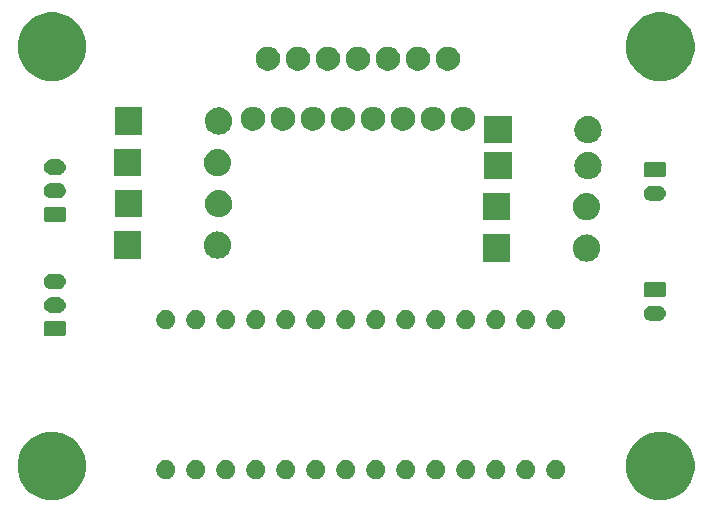
<source format=gbr>
G04 #@! TF.GenerationSoftware,KiCad,Pcbnew,(5.1.2)-1*
G04 #@! TF.CreationDate,2020-03-16T01:25:21+09:00*
G04 #@! TF.ProjectId,L298N_DRIVER,4c323938-4e5f-4445-9249-5645522e6b69,rev?*
G04 #@! TF.SameCoordinates,Original*
G04 #@! TF.FileFunction,Soldermask,Bot*
G04 #@! TF.FilePolarity,Negative*
%FSLAX46Y46*%
G04 Gerber Fmt 4.6, Leading zero omitted, Abs format (unit mm)*
G04 Created by KiCad (PCBNEW (5.1.2)-1) date 2020-03-16 01:25:21*
%MOMM*%
%LPD*%
G04 APERTURE LIST*
%ADD10C,0.100000*%
G04 APERTURE END LIST*
D10*
G36*
X177846189Y-80710483D02*
G01*
X177846192Y-80710484D01*
X177846191Y-80710484D01*
X178374139Y-80929167D01*
X178849280Y-81246646D01*
X179253354Y-81650720D01*
X179570833Y-82125861D01*
X179570834Y-82125863D01*
X179789517Y-82653811D01*
X179901000Y-83214275D01*
X179901000Y-83785725D01*
X179789517Y-84346189D01*
X179789516Y-84346191D01*
X179570833Y-84874139D01*
X179253354Y-85349280D01*
X178849280Y-85753354D01*
X178374139Y-86070833D01*
X178374138Y-86070834D01*
X178374137Y-86070834D01*
X177846189Y-86289517D01*
X177285725Y-86401000D01*
X176714275Y-86401000D01*
X176153811Y-86289517D01*
X175625863Y-86070834D01*
X175625862Y-86070834D01*
X175625861Y-86070833D01*
X175150720Y-85753354D01*
X174746646Y-85349280D01*
X174429167Y-84874139D01*
X174210484Y-84346191D01*
X174210483Y-84346189D01*
X174099000Y-83785725D01*
X174099000Y-83214275D01*
X174210483Y-82653811D01*
X174429166Y-82125863D01*
X174429167Y-82125861D01*
X174746646Y-81650720D01*
X175150720Y-81246646D01*
X175625861Y-80929167D01*
X176153809Y-80710484D01*
X176153808Y-80710484D01*
X176153811Y-80710483D01*
X176714275Y-80599000D01*
X177285725Y-80599000D01*
X177846189Y-80710483D01*
X177846189Y-80710483D01*
G37*
G36*
X126322189Y-80710483D02*
G01*
X126322192Y-80710484D01*
X126322191Y-80710484D01*
X126850139Y-80929167D01*
X127325280Y-81246646D01*
X127729354Y-81650720D01*
X128046833Y-82125861D01*
X128046834Y-82125863D01*
X128265517Y-82653811D01*
X128377000Y-83214275D01*
X128377000Y-83785725D01*
X128265517Y-84346189D01*
X128265516Y-84346191D01*
X128046833Y-84874139D01*
X127729354Y-85349280D01*
X127325280Y-85753354D01*
X126850139Y-86070833D01*
X126850138Y-86070834D01*
X126850137Y-86070834D01*
X126322189Y-86289517D01*
X125761725Y-86401000D01*
X125190275Y-86401000D01*
X124629811Y-86289517D01*
X124101863Y-86070834D01*
X124101862Y-86070834D01*
X124101861Y-86070833D01*
X123626720Y-85753354D01*
X123222646Y-85349280D01*
X122905167Y-84874139D01*
X122686484Y-84346191D01*
X122686483Y-84346189D01*
X122575000Y-83785725D01*
X122575000Y-83214275D01*
X122686483Y-82653811D01*
X122905166Y-82125863D01*
X122905167Y-82125861D01*
X123222646Y-81650720D01*
X123626720Y-81246646D01*
X124101861Y-80929167D01*
X124629809Y-80710484D01*
X124629808Y-80710484D01*
X124629811Y-80710483D01*
X125190275Y-80599000D01*
X125761725Y-80599000D01*
X126322189Y-80710483D01*
X126322189Y-80710483D01*
G37*
G36*
X135365142Y-83038242D02*
G01*
X135513101Y-83099529D01*
X135646255Y-83188499D01*
X135759501Y-83301745D01*
X135848471Y-83434899D01*
X135909758Y-83582858D01*
X135941000Y-83739925D01*
X135941000Y-83900075D01*
X135909758Y-84057142D01*
X135848471Y-84205101D01*
X135759501Y-84338255D01*
X135646255Y-84451501D01*
X135513101Y-84540471D01*
X135365142Y-84601758D01*
X135208075Y-84633000D01*
X135047925Y-84633000D01*
X134890858Y-84601758D01*
X134742899Y-84540471D01*
X134609745Y-84451501D01*
X134496499Y-84338255D01*
X134407529Y-84205101D01*
X134346242Y-84057142D01*
X134315000Y-83900075D01*
X134315000Y-83739925D01*
X134346242Y-83582858D01*
X134407529Y-83434899D01*
X134496499Y-83301745D01*
X134609745Y-83188499D01*
X134742899Y-83099529D01*
X134890858Y-83038242D01*
X135047925Y-83007000D01*
X135208075Y-83007000D01*
X135365142Y-83038242D01*
X135365142Y-83038242D01*
G37*
G36*
X168385142Y-83038242D02*
G01*
X168533101Y-83099529D01*
X168666255Y-83188499D01*
X168779501Y-83301745D01*
X168868471Y-83434899D01*
X168929758Y-83582858D01*
X168961000Y-83739925D01*
X168961000Y-83900075D01*
X168929758Y-84057142D01*
X168868471Y-84205101D01*
X168779501Y-84338255D01*
X168666255Y-84451501D01*
X168533101Y-84540471D01*
X168385142Y-84601758D01*
X168228075Y-84633000D01*
X168067925Y-84633000D01*
X167910858Y-84601758D01*
X167762899Y-84540471D01*
X167629745Y-84451501D01*
X167516499Y-84338255D01*
X167427529Y-84205101D01*
X167366242Y-84057142D01*
X167335000Y-83900075D01*
X167335000Y-83739925D01*
X167366242Y-83582858D01*
X167427529Y-83434899D01*
X167516499Y-83301745D01*
X167629745Y-83188499D01*
X167762899Y-83099529D01*
X167910858Y-83038242D01*
X168067925Y-83007000D01*
X168228075Y-83007000D01*
X168385142Y-83038242D01*
X168385142Y-83038242D01*
G37*
G36*
X163305142Y-83038242D02*
G01*
X163453101Y-83099529D01*
X163586255Y-83188499D01*
X163699501Y-83301745D01*
X163788471Y-83434899D01*
X163849758Y-83582858D01*
X163881000Y-83739925D01*
X163881000Y-83900075D01*
X163849758Y-84057142D01*
X163788471Y-84205101D01*
X163699501Y-84338255D01*
X163586255Y-84451501D01*
X163453101Y-84540471D01*
X163305142Y-84601758D01*
X163148075Y-84633000D01*
X162987925Y-84633000D01*
X162830858Y-84601758D01*
X162682899Y-84540471D01*
X162549745Y-84451501D01*
X162436499Y-84338255D01*
X162347529Y-84205101D01*
X162286242Y-84057142D01*
X162255000Y-83900075D01*
X162255000Y-83739925D01*
X162286242Y-83582858D01*
X162347529Y-83434899D01*
X162436499Y-83301745D01*
X162549745Y-83188499D01*
X162682899Y-83099529D01*
X162830858Y-83038242D01*
X162987925Y-83007000D01*
X163148075Y-83007000D01*
X163305142Y-83038242D01*
X163305142Y-83038242D01*
G37*
G36*
X160765142Y-83038242D02*
G01*
X160913101Y-83099529D01*
X161046255Y-83188499D01*
X161159501Y-83301745D01*
X161248471Y-83434899D01*
X161309758Y-83582858D01*
X161341000Y-83739925D01*
X161341000Y-83900075D01*
X161309758Y-84057142D01*
X161248471Y-84205101D01*
X161159501Y-84338255D01*
X161046255Y-84451501D01*
X160913101Y-84540471D01*
X160765142Y-84601758D01*
X160608075Y-84633000D01*
X160447925Y-84633000D01*
X160290858Y-84601758D01*
X160142899Y-84540471D01*
X160009745Y-84451501D01*
X159896499Y-84338255D01*
X159807529Y-84205101D01*
X159746242Y-84057142D01*
X159715000Y-83900075D01*
X159715000Y-83739925D01*
X159746242Y-83582858D01*
X159807529Y-83434899D01*
X159896499Y-83301745D01*
X160009745Y-83188499D01*
X160142899Y-83099529D01*
X160290858Y-83038242D01*
X160447925Y-83007000D01*
X160608075Y-83007000D01*
X160765142Y-83038242D01*
X160765142Y-83038242D01*
G37*
G36*
X158225142Y-83038242D02*
G01*
X158373101Y-83099529D01*
X158506255Y-83188499D01*
X158619501Y-83301745D01*
X158708471Y-83434899D01*
X158769758Y-83582858D01*
X158801000Y-83739925D01*
X158801000Y-83900075D01*
X158769758Y-84057142D01*
X158708471Y-84205101D01*
X158619501Y-84338255D01*
X158506255Y-84451501D01*
X158373101Y-84540471D01*
X158225142Y-84601758D01*
X158068075Y-84633000D01*
X157907925Y-84633000D01*
X157750858Y-84601758D01*
X157602899Y-84540471D01*
X157469745Y-84451501D01*
X157356499Y-84338255D01*
X157267529Y-84205101D01*
X157206242Y-84057142D01*
X157175000Y-83900075D01*
X157175000Y-83739925D01*
X157206242Y-83582858D01*
X157267529Y-83434899D01*
X157356499Y-83301745D01*
X157469745Y-83188499D01*
X157602899Y-83099529D01*
X157750858Y-83038242D01*
X157907925Y-83007000D01*
X158068075Y-83007000D01*
X158225142Y-83038242D01*
X158225142Y-83038242D01*
G37*
G36*
X155685142Y-83038242D02*
G01*
X155833101Y-83099529D01*
X155966255Y-83188499D01*
X156079501Y-83301745D01*
X156168471Y-83434899D01*
X156229758Y-83582858D01*
X156261000Y-83739925D01*
X156261000Y-83900075D01*
X156229758Y-84057142D01*
X156168471Y-84205101D01*
X156079501Y-84338255D01*
X155966255Y-84451501D01*
X155833101Y-84540471D01*
X155685142Y-84601758D01*
X155528075Y-84633000D01*
X155367925Y-84633000D01*
X155210858Y-84601758D01*
X155062899Y-84540471D01*
X154929745Y-84451501D01*
X154816499Y-84338255D01*
X154727529Y-84205101D01*
X154666242Y-84057142D01*
X154635000Y-83900075D01*
X154635000Y-83739925D01*
X154666242Y-83582858D01*
X154727529Y-83434899D01*
X154816499Y-83301745D01*
X154929745Y-83188499D01*
X155062899Y-83099529D01*
X155210858Y-83038242D01*
X155367925Y-83007000D01*
X155528075Y-83007000D01*
X155685142Y-83038242D01*
X155685142Y-83038242D01*
G37*
G36*
X153145142Y-83038242D02*
G01*
X153293101Y-83099529D01*
X153426255Y-83188499D01*
X153539501Y-83301745D01*
X153628471Y-83434899D01*
X153689758Y-83582858D01*
X153721000Y-83739925D01*
X153721000Y-83900075D01*
X153689758Y-84057142D01*
X153628471Y-84205101D01*
X153539501Y-84338255D01*
X153426255Y-84451501D01*
X153293101Y-84540471D01*
X153145142Y-84601758D01*
X152988075Y-84633000D01*
X152827925Y-84633000D01*
X152670858Y-84601758D01*
X152522899Y-84540471D01*
X152389745Y-84451501D01*
X152276499Y-84338255D01*
X152187529Y-84205101D01*
X152126242Y-84057142D01*
X152095000Y-83900075D01*
X152095000Y-83739925D01*
X152126242Y-83582858D01*
X152187529Y-83434899D01*
X152276499Y-83301745D01*
X152389745Y-83188499D01*
X152522899Y-83099529D01*
X152670858Y-83038242D01*
X152827925Y-83007000D01*
X152988075Y-83007000D01*
X153145142Y-83038242D01*
X153145142Y-83038242D01*
G37*
G36*
X165845142Y-83038242D02*
G01*
X165993101Y-83099529D01*
X166126255Y-83188499D01*
X166239501Y-83301745D01*
X166328471Y-83434899D01*
X166389758Y-83582858D01*
X166421000Y-83739925D01*
X166421000Y-83900075D01*
X166389758Y-84057142D01*
X166328471Y-84205101D01*
X166239501Y-84338255D01*
X166126255Y-84451501D01*
X165993101Y-84540471D01*
X165845142Y-84601758D01*
X165688075Y-84633000D01*
X165527925Y-84633000D01*
X165370858Y-84601758D01*
X165222899Y-84540471D01*
X165089745Y-84451501D01*
X164976499Y-84338255D01*
X164887529Y-84205101D01*
X164826242Y-84057142D01*
X164795000Y-83900075D01*
X164795000Y-83739925D01*
X164826242Y-83582858D01*
X164887529Y-83434899D01*
X164976499Y-83301745D01*
X165089745Y-83188499D01*
X165222899Y-83099529D01*
X165370858Y-83038242D01*
X165527925Y-83007000D01*
X165688075Y-83007000D01*
X165845142Y-83038242D01*
X165845142Y-83038242D01*
G37*
G36*
X150605142Y-83038242D02*
G01*
X150753101Y-83099529D01*
X150886255Y-83188499D01*
X150999501Y-83301745D01*
X151088471Y-83434899D01*
X151149758Y-83582858D01*
X151181000Y-83739925D01*
X151181000Y-83900075D01*
X151149758Y-84057142D01*
X151088471Y-84205101D01*
X150999501Y-84338255D01*
X150886255Y-84451501D01*
X150753101Y-84540471D01*
X150605142Y-84601758D01*
X150448075Y-84633000D01*
X150287925Y-84633000D01*
X150130858Y-84601758D01*
X149982899Y-84540471D01*
X149849745Y-84451501D01*
X149736499Y-84338255D01*
X149647529Y-84205101D01*
X149586242Y-84057142D01*
X149555000Y-83900075D01*
X149555000Y-83739925D01*
X149586242Y-83582858D01*
X149647529Y-83434899D01*
X149736499Y-83301745D01*
X149849745Y-83188499D01*
X149982899Y-83099529D01*
X150130858Y-83038242D01*
X150287925Y-83007000D01*
X150448075Y-83007000D01*
X150605142Y-83038242D01*
X150605142Y-83038242D01*
G37*
G36*
X148065142Y-83038242D02*
G01*
X148213101Y-83099529D01*
X148346255Y-83188499D01*
X148459501Y-83301745D01*
X148548471Y-83434899D01*
X148609758Y-83582858D01*
X148641000Y-83739925D01*
X148641000Y-83900075D01*
X148609758Y-84057142D01*
X148548471Y-84205101D01*
X148459501Y-84338255D01*
X148346255Y-84451501D01*
X148213101Y-84540471D01*
X148065142Y-84601758D01*
X147908075Y-84633000D01*
X147747925Y-84633000D01*
X147590858Y-84601758D01*
X147442899Y-84540471D01*
X147309745Y-84451501D01*
X147196499Y-84338255D01*
X147107529Y-84205101D01*
X147046242Y-84057142D01*
X147015000Y-83900075D01*
X147015000Y-83739925D01*
X147046242Y-83582858D01*
X147107529Y-83434899D01*
X147196499Y-83301745D01*
X147309745Y-83188499D01*
X147442899Y-83099529D01*
X147590858Y-83038242D01*
X147747925Y-83007000D01*
X147908075Y-83007000D01*
X148065142Y-83038242D01*
X148065142Y-83038242D01*
G37*
G36*
X145525142Y-83038242D02*
G01*
X145673101Y-83099529D01*
X145806255Y-83188499D01*
X145919501Y-83301745D01*
X146008471Y-83434899D01*
X146069758Y-83582858D01*
X146101000Y-83739925D01*
X146101000Y-83900075D01*
X146069758Y-84057142D01*
X146008471Y-84205101D01*
X145919501Y-84338255D01*
X145806255Y-84451501D01*
X145673101Y-84540471D01*
X145525142Y-84601758D01*
X145368075Y-84633000D01*
X145207925Y-84633000D01*
X145050858Y-84601758D01*
X144902899Y-84540471D01*
X144769745Y-84451501D01*
X144656499Y-84338255D01*
X144567529Y-84205101D01*
X144506242Y-84057142D01*
X144475000Y-83900075D01*
X144475000Y-83739925D01*
X144506242Y-83582858D01*
X144567529Y-83434899D01*
X144656499Y-83301745D01*
X144769745Y-83188499D01*
X144902899Y-83099529D01*
X145050858Y-83038242D01*
X145207925Y-83007000D01*
X145368075Y-83007000D01*
X145525142Y-83038242D01*
X145525142Y-83038242D01*
G37*
G36*
X142985142Y-83038242D02*
G01*
X143133101Y-83099529D01*
X143266255Y-83188499D01*
X143379501Y-83301745D01*
X143468471Y-83434899D01*
X143529758Y-83582858D01*
X143561000Y-83739925D01*
X143561000Y-83900075D01*
X143529758Y-84057142D01*
X143468471Y-84205101D01*
X143379501Y-84338255D01*
X143266255Y-84451501D01*
X143133101Y-84540471D01*
X142985142Y-84601758D01*
X142828075Y-84633000D01*
X142667925Y-84633000D01*
X142510858Y-84601758D01*
X142362899Y-84540471D01*
X142229745Y-84451501D01*
X142116499Y-84338255D01*
X142027529Y-84205101D01*
X141966242Y-84057142D01*
X141935000Y-83900075D01*
X141935000Y-83739925D01*
X141966242Y-83582858D01*
X142027529Y-83434899D01*
X142116499Y-83301745D01*
X142229745Y-83188499D01*
X142362899Y-83099529D01*
X142510858Y-83038242D01*
X142667925Y-83007000D01*
X142828075Y-83007000D01*
X142985142Y-83038242D01*
X142985142Y-83038242D01*
G37*
G36*
X140445142Y-83038242D02*
G01*
X140593101Y-83099529D01*
X140726255Y-83188499D01*
X140839501Y-83301745D01*
X140928471Y-83434899D01*
X140989758Y-83582858D01*
X141021000Y-83739925D01*
X141021000Y-83900075D01*
X140989758Y-84057142D01*
X140928471Y-84205101D01*
X140839501Y-84338255D01*
X140726255Y-84451501D01*
X140593101Y-84540471D01*
X140445142Y-84601758D01*
X140288075Y-84633000D01*
X140127925Y-84633000D01*
X139970858Y-84601758D01*
X139822899Y-84540471D01*
X139689745Y-84451501D01*
X139576499Y-84338255D01*
X139487529Y-84205101D01*
X139426242Y-84057142D01*
X139395000Y-83900075D01*
X139395000Y-83739925D01*
X139426242Y-83582858D01*
X139487529Y-83434899D01*
X139576499Y-83301745D01*
X139689745Y-83188499D01*
X139822899Y-83099529D01*
X139970858Y-83038242D01*
X140127925Y-83007000D01*
X140288075Y-83007000D01*
X140445142Y-83038242D01*
X140445142Y-83038242D01*
G37*
G36*
X137905142Y-83038242D02*
G01*
X138053101Y-83099529D01*
X138186255Y-83188499D01*
X138299501Y-83301745D01*
X138388471Y-83434899D01*
X138449758Y-83582858D01*
X138481000Y-83739925D01*
X138481000Y-83900075D01*
X138449758Y-84057142D01*
X138388471Y-84205101D01*
X138299501Y-84338255D01*
X138186255Y-84451501D01*
X138053101Y-84540471D01*
X137905142Y-84601758D01*
X137748075Y-84633000D01*
X137587925Y-84633000D01*
X137430858Y-84601758D01*
X137282899Y-84540471D01*
X137149745Y-84451501D01*
X137036499Y-84338255D01*
X136947529Y-84205101D01*
X136886242Y-84057142D01*
X136855000Y-83900075D01*
X136855000Y-83739925D01*
X136886242Y-83582858D01*
X136947529Y-83434899D01*
X137036499Y-83301745D01*
X137149745Y-83188499D01*
X137282899Y-83099529D01*
X137430858Y-83038242D01*
X137587925Y-83007000D01*
X137748075Y-83007000D01*
X137905142Y-83038242D01*
X137905142Y-83038242D01*
G37*
G36*
X126496242Y-71235404D02*
G01*
X126533337Y-71246657D01*
X126567515Y-71264925D01*
X126597481Y-71289519D01*
X126622075Y-71319485D01*
X126640343Y-71353663D01*
X126651596Y-71390758D01*
X126656000Y-71435474D01*
X126656000Y-72328526D01*
X126651596Y-72373242D01*
X126640343Y-72410337D01*
X126622075Y-72444515D01*
X126597481Y-72474481D01*
X126567515Y-72499075D01*
X126533337Y-72517343D01*
X126496242Y-72528596D01*
X126451526Y-72533000D01*
X125008474Y-72533000D01*
X124963758Y-72528596D01*
X124926663Y-72517343D01*
X124892485Y-72499075D01*
X124862519Y-72474481D01*
X124837925Y-72444515D01*
X124819657Y-72410337D01*
X124808404Y-72373242D01*
X124804000Y-72328526D01*
X124804000Y-71435474D01*
X124808404Y-71390758D01*
X124819657Y-71353663D01*
X124837925Y-71319485D01*
X124862519Y-71289519D01*
X124892485Y-71264925D01*
X124926663Y-71246657D01*
X124963758Y-71235404D01*
X125008474Y-71231000D01*
X126451526Y-71231000D01*
X126496242Y-71235404D01*
X126496242Y-71235404D01*
G37*
G36*
X135365142Y-70338242D02*
G01*
X135513101Y-70399529D01*
X135646255Y-70488499D01*
X135759501Y-70601745D01*
X135848471Y-70734899D01*
X135909758Y-70882858D01*
X135941000Y-71039925D01*
X135941000Y-71200075D01*
X135909758Y-71357142D01*
X135848471Y-71505101D01*
X135759501Y-71638255D01*
X135646255Y-71751501D01*
X135513101Y-71840471D01*
X135365142Y-71901758D01*
X135208075Y-71933000D01*
X135047925Y-71933000D01*
X134890858Y-71901758D01*
X134742899Y-71840471D01*
X134609745Y-71751501D01*
X134496499Y-71638255D01*
X134407529Y-71505101D01*
X134346242Y-71357142D01*
X134315000Y-71200075D01*
X134315000Y-71039925D01*
X134346242Y-70882858D01*
X134407529Y-70734899D01*
X134496499Y-70601745D01*
X134609745Y-70488499D01*
X134742899Y-70399529D01*
X134890858Y-70338242D01*
X135047925Y-70307000D01*
X135208075Y-70307000D01*
X135365142Y-70338242D01*
X135365142Y-70338242D01*
G37*
G36*
X137905142Y-70338242D02*
G01*
X138053101Y-70399529D01*
X138186255Y-70488499D01*
X138299501Y-70601745D01*
X138388471Y-70734899D01*
X138449758Y-70882858D01*
X138481000Y-71039925D01*
X138481000Y-71200075D01*
X138449758Y-71357142D01*
X138388471Y-71505101D01*
X138299501Y-71638255D01*
X138186255Y-71751501D01*
X138053101Y-71840471D01*
X137905142Y-71901758D01*
X137748075Y-71933000D01*
X137587925Y-71933000D01*
X137430858Y-71901758D01*
X137282899Y-71840471D01*
X137149745Y-71751501D01*
X137036499Y-71638255D01*
X136947529Y-71505101D01*
X136886242Y-71357142D01*
X136855000Y-71200075D01*
X136855000Y-71039925D01*
X136886242Y-70882858D01*
X136947529Y-70734899D01*
X137036499Y-70601745D01*
X137149745Y-70488499D01*
X137282899Y-70399529D01*
X137430858Y-70338242D01*
X137587925Y-70307000D01*
X137748075Y-70307000D01*
X137905142Y-70338242D01*
X137905142Y-70338242D01*
G37*
G36*
X165845142Y-70338242D02*
G01*
X165993101Y-70399529D01*
X166126255Y-70488499D01*
X166239501Y-70601745D01*
X166328471Y-70734899D01*
X166389758Y-70882858D01*
X166421000Y-71039925D01*
X166421000Y-71200075D01*
X166389758Y-71357142D01*
X166328471Y-71505101D01*
X166239501Y-71638255D01*
X166126255Y-71751501D01*
X165993101Y-71840471D01*
X165845142Y-71901758D01*
X165688075Y-71933000D01*
X165527925Y-71933000D01*
X165370858Y-71901758D01*
X165222899Y-71840471D01*
X165089745Y-71751501D01*
X164976499Y-71638255D01*
X164887529Y-71505101D01*
X164826242Y-71357142D01*
X164795000Y-71200075D01*
X164795000Y-71039925D01*
X164826242Y-70882858D01*
X164887529Y-70734899D01*
X164976499Y-70601745D01*
X165089745Y-70488499D01*
X165222899Y-70399529D01*
X165370858Y-70338242D01*
X165527925Y-70307000D01*
X165688075Y-70307000D01*
X165845142Y-70338242D01*
X165845142Y-70338242D01*
G37*
G36*
X140445142Y-70338242D02*
G01*
X140593101Y-70399529D01*
X140726255Y-70488499D01*
X140839501Y-70601745D01*
X140928471Y-70734899D01*
X140989758Y-70882858D01*
X141021000Y-71039925D01*
X141021000Y-71200075D01*
X140989758Y-71357142D01*
X140928471Y-71505101D01*
X140839501Y-71638255D01*
X140726255Y-71751501D01*
X140593101Y-71840471D01*
X140445142Y-71901758D01*
X140288075Y-71933000D01*
X140127925Y-71933000D01*
X139970858Y-71901758D01*
X139822899Y-71840471D01*
X139689745Y-71751501D01*
X139576499Y-71638255D01*
X139487529Y-71505101D01*
X139426242Y-71357142D01*
X139395000Y-71200075D01*
X139395000Y-71039925D01*
X139426242Y-70882858D01*
X139487529Y-70734899D01*
X139576499Y-70601745D01*
X139689745Y-70488499D01*
X139822899Y-70399529D01*
X139970858Y-70338242D01*
X140127925Y-70307000D01*
X140288075Y-70307000D01*
X140445142Y-70338242D01*
X140445142Y-70338242D01*
G37*
G36*
X142985142Y-70338242D02*
G01*
X143133101Y-70399529D01*
X143266255Y-70488499D01*
X143379501Y-70601745D01*
X143468471Y-70734899D01*
X143529758Y-70882858D01*
X143561000Y-71039925D01*
X143561000Y-71200075D01*
X143529758Y-71357142D01*
X143468471Y-71505101D01*
X143379501Y-71638255D01*
X143266255Y-71751501D01*
X143133101Y-71840471D01*
X142985142Y-71901758D01*
X142828075Y-71933000D01*
X142667925Y-71933000D01*
X142510858Y-71901758D01*
X142362899Y-71840471D01*
X142229745Y-71751501D01*
X142116499Y-71638255D01*
X142027529Y-71505101D01*
X141966242Y-71357142D01*
X141935000Y-71200075D01*
X141935000Y-71039925D01*
X141966242Y-70882858D01*
X142027529Y-70734899D01*
X142116499Y-70601745D01*
X142229745Y-70488499D01*
X142362899Y-70399529D01*
X142510858Y-70338242D01*
X142667925Y-70307000D01*
X142828075Y-70307000D01*
X142985142Y-70338242D01*
X142985142Y-70338242D01*
G37*
G36*
X145525142Y-70338242D02*
G01*
X145673101Y-70399529D01*
X145806255Y-70488499D01*
X145919501Y-70601745D01*
X146008471Y-70734899D01*
X146069758Y-70882858D01*
X146101000Y-71039925D01*
X146101000Y-71200075D01*
X146069758Y-71357142D01*
X146008471Y-71505101D01*
X145919501Y-71638255D01*
X145806255Y-71751501D01*
X145673101Y-71840471D01*
X145525142Y-71901758D01*
X145368075Y-71933000D01*
X145207925Y-71933000D01*
X145050858Y-71901758D01*
X144902899Y-71840471D01*
X144769745Y-71751501D01*
X144656499Y-71638255D01*
X144567529Y-71505101D01*
X144506242Y-71357142D01*
X144475000Y-71200075D01*
X144475000Y-71039925D01*
X144506242Y-70882858D01*
X144567529Y-70734899D01*
X144656499Y-70601745D01*
X144769745Y-70488499D01*
X144902899Y-70399529D01*
X145050858Y-70338242D01*
X145207925Y-70307000D01*
X145368075Y-70307000D01*
X145525142Y-70338242D01*
X145525142Y-70338242D01*
G37*
G36*
X148065142Y-70338242D02*
G01*
X148213101Y-70399529D01*
X148346255Y-70488499D01*
X148459501Y-70601745D01*
X148548471Y-70734899D01*
X148609758Y-70882858D01*
X148641000Y-71039925D01*
X148641000Y-71200075D01*
X148609758Y-71357142D01*
X148548471Y-71505101D01*
X148459501Y-71638255D01*
X148346255Y-71751501D01*
X148213101Y-71840471D01*
X148065142Y-71901758D01*
X147908075Y-71933000D01*
X147747925Y-71933000D01*
X147590858Y-71901758D01*
X147442899Y-71840471D01*
X147309745Y-71751501D01*
X147196499Y-71638255D01*
X147107529Y-71505101D01*
X147046242Y-71357142D01*
X147015000Y-71200075D01*
X147015000Y-71039925D01*
X147046242Y-70882858D01*
X147107529Y-70734899D01*
X147196499Y-70601745D01*
X147309745Y-70488499D01*
X147442899Y-70399529D01*
X147590858Y-70338242D01*
X147747925Y-70307000D01*
X147908075Y-70307000D01*
X148065142Y-70338242D01*
X148065142Y-70338242D01*
G37*
G36*
X150605142Y-70338242D02*
G01*
X150753101Y-70399529D01*
X150886255Y-70488499D01*
X150999501Y-70601745D01*
X151088471Y-70734899D01*
X151149758Y-70882858D01*
X151181000Y-71039925D01*
X151181000Y-71200075D01*
X151149758Y-71357142D01*
X151088471Y-71505101D01*
X150999501Y-71638255D01*
X150886255Y-71751501D01*
X150753101Y-71840471D01*
X150605142Y-71901758D01*
X150448075Y-71933000D01*
X150287925Y-71933000D01*
X150130858Y-71901758D01*
X149982899Y-71840471D01*
X149849745Y-71751501D01*
X149736499Y-71638255D01*
X149647529Y-71505101D01*
X149586242Y-71357142D01*
X149555000Y-71200075D01*
X149555000Y-71039925D01*
X149586242Y-70882858D01*
X149647529Y-70734899D01*
X149736499Y-70601745D01*
X149849745Y-70488499D01*
X149982899Y-70399529D01*
X150130858Y-70338242D01*
X150287925Y-70307000D01*
X150448075Y-70307000D01*
X150605142Y-70338242D01*
X150605142Y-70338242D01*
G37*
G36*
X153145142Y-70338242D02*
G01*
X153293101Y-70399529D01*
X153426255Y-70488499D01*
X153539501Y-70601745D01*
X153628471Y-70734899D01*
X153689758Y-70882858D01*
X153721000Y-71039925D01*
X153721000Y-71200075D01*
X153689758Y-71357142D01*
X153628471Y-71505101D01*
X153539501Y-71638255D01*
X153426255Y-71751501D01*
X153293101Y-71840471D01*
X153145142Y-71901758D01*
X152988075Y-71933000D01*
X152827925Y-71933000D01*
X152670858Y-71901758D01*
X152522899Y-71840471D01*
X152389745Y-71751501D01*
X152276499Y-71638255D01*
X152187529Y-71505101D01*
X152126242Y-71357142D01*
X152095000Y-71200075D01*
X152095000Y-71039925D01*
X152126242Y-70882858D01*
X152187529Y-70734899D01*
X152276499Y-70601745D01*
X152389745Y-70488499D01*
X152522899Y-70399529D01*
X152670858Y-70338242D01*
X152827925Y-70307000D01*
X152988075Y-70307000D01*
X153145142Y-70338242D01*
X153145142Y-70338242D01*
G37*
G36*
X155685142Y-70338242D02*
G01*
X155833101Y-70399529D01*
X155966255Y-70488499D01*
X156079501Y-70601745D01*
X156168471Y-70734899D01*
X156229758Y-70882858D01*
X156261000Y-71039925D01*
X156261000Y-71200075D01*
X156229758Y-71357142D01*
X156168471Y-71505101D01*
X156079501Y-71638255D01*
X155966255Y-71751501D01*
X155833101Y-71840471D01*
X155685142Y-71901758D01*
X155528075Y-71933000D01*
X155367925Y-71933000D01*
X155210858Y-71901758D01*
X155062899Y-71840471D01*
X154929745Y-71751501D01*
X154816499Y-71638255D01*
X154727529Y-71505101D01*
X154666242Y-71357142D01*
X154635000Y-71200075D01*
X154635000Y-71039925D01*
X154666242Y-70882858D01*
X154727529Y-70734899D01*
X154816499Y-70601745D01*
X154929745Y-70488499D01*
X155062899Y-70399529D01*
X155210858Y-70338242D01*
X155367925Y-70307000D01*
X155528075Y-70307000D01*
X155685142Y-70338242D01*
X155685142Y-70338242D01*
G37*
G36*
X158225142Y-70338242D02*
G01*
X158373101Y-70399529D01*
X158506255Y-70488499D01*
X158619501Y-70601745D01*
X158708471Y-70734899D01*
X158769758Y-70882858D01*
X158801000Y-71039925D01*
X158801000Y-71200075D01*
X158769758Y-71357142D01*
X158708471Y-71505101D01*
X158619501Y-71638255D01*
X158506255Y-71751501D01*
X158373101Y-71840471D01*
X158225142Y-71901758D01*
X158068075Y-71933000D01*
X157907925Y-71933000D01*
X157750858Y-71901758D01*
X157602899Y-71840471D01*
X157469745Y-71751501D01*
X157356499Y-71638255D01*
X157267529Y-71505101D01*
X157206242Y-71357142D01*
X157175000Y-71200075D01*
X157175000Y-71039925D01*
X157206242Y-70882858D01*
X157267529Y-70734899D01*
X157356499Y-70601745D01*
X157469745Y-70488499D01*
X157602899Y-70399529D01*
X157750858Y-70338242D01*
X157907925Y-70307000D01*
X158068075Y-70307000D01*
X158225142Y-70338242D01*
X158225142Y-70338242D01*
G37*
G36*
X163305142Y-70338242D02*
G01*
X163453101Y-70399529D01*
X163586255Y-70488499D01*
X163699501Y-70601745D01*
X163788471Y-70734899D01*
X163849758Y-70882858D01*
X163881000Y-71039925D01*
X163881000Y-71200075D01*
X163849758Y-71357142D01*
X163788471Y-71505101D01*
X163699501Y-71638255D01*
X163586255Y-71751501D01*
X163453101Y-71840471D01*
X163305142Y-71901758D01*
X163148075Y-71933000D01*
X162987925Y-71933000D01*
X162830858Y-71901758D01*
X162682899Y-71840471D01*
X162549745Y-71751501D01*
X162436499Y-71638255D01*
X162347529Y-71505101D01*
X162286242Y-71357142D01*
X162255000Y-71200075D01*
X162255000Y-71039925D01*
X162286242Y-70882858D01*
X162347529Y-70734899D01*
X162436499Y-70601745D01*
X162549745Y-70488499D01*
X162682899Y-70399529D01*
X162830858Y-70338242D01*
X162987925Y-70307000D01*
X163148075Y-70307000D01*
X163305142Y-70338242D01*
X163305142Y-70338242D01*
G37*
G36*
X168385142Y-70338242D02*
G01*
X168533101Y-70399529D01*
X168666255Y-70488499D01*
X168779501Y-70601745D01*
X168868471Y-70734899D01*
X168929758Y-70882858D01*
X168961000Y-71039925D01*
X168961000Y-71200075D01*
X168929758Y-71357142D01*
X168868471Y-71505101D01*
X168779501Y-71638255D01*
X168666255Y-71751501D01*
X168533101Y-71840471D01*
X168385142Y-71901758D01*
X168228075Y-71933000D01*
X168067925Y-71933000D01*
X167910858Y-71901758D01*
X167762899Y-71840471D01*
X167629745Y-71751501D01*
X167516499Y-71638255D01*
X167427529Y-71505101D01*
X167366242Y-71357142D01*
X167335000Y-71200075D01*
X167335000Y-71039925D01*
X167366242Y-70882858D01*
X167427529Y-70734899D01*
X167516499Y-70601745D01*
X167629745Y-70488499D01*
X167762899Y-70399529D01*
X167910858Y-70338242D01*
X168067925Y-70307000D01*
X168228075Y-70307000D01*
X168385142Y-70338242D01*
X168385142Y-70338242D01*
G37*
G36*
X160765142Y-70338242D02*
G01*
X160913101Y-70399529D01*
X161046255Y-70488499D01*
X161159501Y-70601745D01*
X161248471Y-70734899D01*
X161309758Y-70882858D01*
X161341000Y-71039925D01*
X161341000Y-71200075D01*
X161309758Y-71357142D01*
X161248471Y-71505101D01*
X161159501Y-71638255D01*
X161046255Y-71751501D01*
X160913101Y-71840471D01*
X160765142Y-71901758D01*
X160608075Y-71933000D01*
X160447925Y-71933000D01*
X160290858Y-71901758D01*
X160142899Y-71840471D01*
X160009745Y-71751501D01*
X159896499Y-71638255D01*
X159807529Y-71505101D01*
X159746242Y-71357142D01*
X159715000Y-71200075D01*
X159715000Y-71039925D01*
X159746242Y-70882858D01*
X159807529Y-70734899D01*
X159896499Y-70601745D01*
X160009745Y-70488499D01*
X160142899Y-70399529D01*
X160290858Y-70338242D01*
X160447925Y-70307000D01*
X160608075Y-70307000D01*
X160765142Y-70338242D01*
X160765142Y-70338242D01*
G37*
G36*
X176868855Y-69932140D02*
G01*
X176932618Y-69938420D01*
X177023404Y-69965960D01*
X177055336Y-69975646D01*
X177168425Y-70036094D01*
X177267554Y-70117446D01*
X177348906Y-70216575D01*
X177409354Y-70329664D01*
X177409355Y-70329668D01*
X177446580Y-70452382D01*
X177459149Y-70580000D01*
X177446580Y-70707618D01*
X177438304Y-70734899D01*
X177409354Y-70830336D01*
X177348906Y-70943425D01*
X177267554Y-71042554D01*
X177168425Y-71123906D01*
X177055336Y-71184354D01*
X177023404Y-71194040D01*
X176932618Y-71221580D01*
X176868855Y-71227860D01*
X176836974Y-71231000D01*
X176223026Y-71231000D01*
X176191145Y-71227860D01*
X176127382Y-71221580D01*
X176036596Y-71194040D01*
X176004664Y-71184354D01*
X175891575Y-71123906D01*
X175792446Y-71042554D01*
X175711094Y-70943425D01*
X175650646Y-70830336D01*
X175621696Y-70734899D01*
X175613420Y-70707618D01*
X175600851Y-70580000D01*
X175613420Y-70452382D01*
X175650645Y-70329668D01*
X175650646Y-70329664D01*
X175711094Y-70216575D01*
X175792446Y-70117446D01*
X175891575Y-70036094D01*
X176004664Y-69975646D01*
X176036596Y-69965960D01*
X176127382Y-69938420D01*
X176191145Y-69932140D01*
X176223026Y-69929000D01*
X176836974Y-69929000D01*
X176868855Y-69932140D01*
X176868855Y-69932140D01*
G37*
G36*
X126068855Y-69234140D02*
G01*
X126132618Y-69240420D01*
X126223404Y-69267960D01*
X126255336Y-69277646D01*
X126368425Y-69338094D01*
X126467554Y-69419446D01*
X126548906Y-69518575D01*
X126609354Y-69631664D01*
X126609355Y-69631668D01*
X126646580Y-69754382D01*
X126659149Y-69882000D01*
X126646580Y-70009618D01*
X126638548Y-70036095D01*
X126609354Y-70132336D01*
X126548906Y-70245425D01*
X126467554Y-70344554D01*
X126368425Y-70425906D01*
X126255336Y-70486354D01*
X126248258Y-70488501D01*
X126132618Y-70523580D01*
X126068855Y-70529860D01*
X126036974Y-70533000D01*
X125423026Y-70533000D01*
X125391145Y-70529860D01*
X125327382Y-70523580D01*
X125211742Y-70488501D01*
X125204664Y-70486354D01*
X125091575Y-70425906D01*
X124992446Y-70344554D01*
X124911094Y-70245425D01*
X124850646Y-70132336D01*
X124821452Y-70036095D01*
X124813420Y-70009618D01*
X124800851Y-69882000D01*
X124813420Y-69754382D01*
X124850645Y-69631668D01*
X124850646Y-69631664D01*
X124911094Y-69518575D01*
X124992446Y-69419446D01*
X125091575Y-69338094D01*
X125204664Y-69277646D01*
X125236596Y-69267960D01*
X125327382Y-69240420D01*
X125391145Y-69234140D01*
X125423026Y-69231000D01*
X126036974Y-69231000D01*
X126068855Y-69234140D01*
X126068855Y-69234140D01*
G37*
G36*
X177296242Y-67933404D02*
G01*
X177333337Y-67944657D01*
X177367515Y-67962925D01*
X177397481Y-67987519D01*
X177422075Y-68017485D01*
X177440343Y-68051663D01*
X177451596Y-68088758D01*
X177456000Y-68133474D01*
X177456000Y-69026526D01*
X177451596Y-69071242D01*
X177440343Y-69108337D01*
X177422075Y-69142515D01*
X177397481Y-69172481D01*
X177367515Y-69197075D01*
X177333337Y-69215343D01*
X177296242Y-69226596D01*
X177251526Y-69231000D01*
X175808474Y-69231000D01*
X175763758Y-69226596D01*
X175726663Y-69215343D01*
X175692485Y-69197075D01*
X175662519Y-69172481D01*
X175637925Y-69142515D01*
X175619657Y-69108337D01*
X175608404Y-69071242D01*
X175604000Y-69026526D01*
X175604000Y-68133474D01*
X175608404Y-68088758D01*
X175619657Y-68051663D01*
X175637925Y-68017485D01*
X175662519Y-67987519D01*
X175692485Y-67962925D01*
X175726663Y-67944657D01*
X175763758Y-67933404D01*
X175808474Y-67929000D01*
X177251526Y-67929000D01*
X177296242Y-67933404D01*
X177296242Y-67933404D01*
G37*
G36*
X126068855Y-67234140D02*
G01*
X126132618Y-67240420D01*
X126223404Y-67267960D01*
X126255336Y-67277646D01*
X126368425Y-67338094D01*
X126467554Y-67419446D01*
X126548906Y-67518575D01*
X126609354Y-67631664D01*
X126609355Y-67631668D01*
X126646580Y-67754382D01*
X126659149Y-67882000D01*
X126646580Y-68009618D01*
X126622573Y-68088758D01*
X126609354Y-68132336D01*
X126548906Y-68245425D01*
X126467554Y-68344554D01*
X126368425Y-68425906D01*
X126255336Y-68486354D01*
X126223404Y-68496040D01*
X126132618Y-68523580D01*
X126068855Y-68529860D01*
X126036974Y-68533000D01*
X125423026Y-68533000D01*
X125391145Y-68529860D01*
X125327382Y-68523580D01*
X125236596Y-68496040D01*
X125204664Y-68486354D01*
X125091575Y-68425906D01*
X124992446Y-68344554D01*
X124911094Y-68245425D01*
X124850646Y-68132336D01*
X124837427Y-68088758D01*
X124813420Y-68009618D01*
X124800851Y-67882000D01*
X124813420Y-67754382D01*
X124850645Y-67631668D01*
X124850646Y-67631664D01*
X124911094Y-67518575D01*
X124992446Y-67419446D01*
X125091575Y-67338094D01*
X125204664Y-67277646D01*
X125236596Y-67267960D01*
X125327382Y-67240420D01*
X125391145Y-67234140D01*
X125423026Y-67231000D01*
X126036974Y-67231000D01*
X126068855Y-67234140D01*
X126068855Y-67234140D01*
G37*
G36*
X170919271Y-63908103D02*
G01*
X170975635Y-63913654D01*
X171192600Y-63979470D01*
X171192602Y-63979471D01*
X171392555Y-64086347D01*
X171567818Y-64230182D01*
X171711653Y-64405445D01*
X171798735Y-64568366D01*
X171818530Y-64605400D01*
X171884346Y-64822365D01*
X171884346Y-64822366D01*
X171906569Y-65048000D01*
X171884346Y-65273634D01*
X171818529Y-65490602D01*
X171711653Y-65690555D01*
X171567818Y-65865818D01*
X171392555Y-66009653D01*
X171192602Y-66116529D01*
X171192600Y-66116530D01*
X170975635Y-66182346D01*
X170919271Y-66187897D01*
X170806545Y-66199000D01*
X170693455Y-66199000D01*
X170580729Y-66187897D01*
X170524365Y-66182346D01*
X170307400Y-66116530D01*
X170307398Y-66116529D01*
X170107445Y-66009653D01*
X169932182Y-65865818D01*
X169788347Y-65690555D01*
X169681471Y-65490602D01*
X169615654Y-65273634D01*
X169593431Y-65048000D01*
X169615654Y-64822366D01*
X169615654Y-64822365D01*
X169681470Y-64605400D01*
X169701265Y-64568366D01*
X169788347Y-64405445D01*
X169932182Y-64230182D01*
X170107445Y-64086347D01*
X170307398Y-63979471D01*
X170307400Y-63979470D01*
X170524365Y-63913654D01*
X170580729Y-63908103D01*
X170693455Y-63897000D01*
X170806545Y-63897000D01*
X170919271Y-63908103D01*
X170919271Y-63908103D01*
G37*
G36*
X164281000Y-66199000D02*
G01*
X161979000Y-66199000D01*
X161979000Y-63897000D01*
X164281000Y-63897000D01*
X164281000Y-66199000D01*
X164281000Y-66199000D01*
G37*
G36*
X139665271Y-63654103D02*
G01*
X139721635Y-63659654D01*
X139938600Y-63725470D01*
X139938602Y-63725471D01*
X140138555Y-63832347D01*
X140313818Y-63976182D01*
X140457653Y-64151445D01*
X140499738Y-64230182D01*
X140564530Y-64351400D01*
X140630346Y-64568365D01*
X140652569Y-64794000D01*
X140630346Y-65019635D01*
X140621742Y-65048000D01*
X140564529Y-65236602D01*
X140457653Y-65436555D01*
X140313818Y-65611818D01*
X140138555Y-65755653D01*
X139938602Y-65862529D01*
X139938600Y-65862530D01*
X139721635Y-65928346D01*
X139665271Y-65933897D01*
X139552545Y-65945000D01*
X139439455Y-65945000D01*
X139326729Y-65933897D01*
X139270365Y-65928346D01*
X139053400Y-65862530D01*
X139053398Y-65862529D01*
X138853445Y-65755653D01*
X138678182Y-65611818D01*
X138534347Y-65436555D01*
X138427471Y-65236602D01*
X138370259Y-65048000D01*
X138361654Y-65019635D01*
X138339431Y-64794000D01*
X138361654Y-64568365D01*
X138427470Y-64351400D01*
X138492262Y-64230182D01*
X138534347Y-64151445D01*
X138678182Y-63976182D01*
X138853445Y-63832347D01*
X139053398Y-63725471D01*
X139053400Y-63725470D01*
X139270365Y-63659654D01*
X139326729Y-63654103D01*
X139439455Y-63643000D01*
X139552545Y-63643000D01*
X139665271Y-63654103D01*
X139665271Y-63654103D01*
G37*
G36*
X133027000Y-65945000D02*
G01*
X130725000Y-65945000D01*
X130725000Y-63643000D01*
X133027000Y-63643000D01*
X133027000Y-65945000D01*
X133027000Y-65945000D01*
G37*
G36*
X126496242Y-61551404D02*
G01*
X126533337Y-61562657D01*
X126567515Y-61580925D01*
X126597481Y-61605519D01*
X126622075Y-61635485D01*
X126640343Y-61669663D01*
X126651596Y-61706758D01*
X126656000Y-61751474D01*
X126656000Y-62644526D01*
X126651596Y-62689242D01*
X126640343Y-62726337D01*
X126622075Y-62760515D01*
X126597481Y-62790481D01*
X126567515Y-62815075D01*
X126533337Y-62833343D01*
X126496242Y-62844596D01*
X126451526Y-62849000D01*
X125008474Y-62849000D01*
X124963758Y-62844596D01*
X124926663Y-62833343D01*
X124892485Y-62815075D01*
X124862519Y-62790481D01*
X124837925Y-62760515D01*
X124819657Y-62726337D01*
X124808404Y-62689242D01*
X124804000Y-62644526D01*
X124804000Y-61751474D01*
X124808404Y-61706758D01*
X124819657Y-61669663D01*
X124837925Y-61635485D01*
X124862519Y-61605519D01*
X124892485Y-61580925D01*
X124926663Y-61562657D01*
X124963758Y-61551404D01*
X125008474Y-61547000D01*
X126451526Y-61547000D01*
X126496242Y-61551404D01*
X126496242Y-61551404D01*
G37*
G36*
X170919271Y-60408103D02*
G01*
X170975635Y-60413654D01*
X171192600Y-60479470D01*
X171192602Y-60479471D01*
X171392555Y-60586347D01*
X171567818Y-60730182D01*
X171711653Y-60905445D01*
X171798735Y-61068366D01*
X171818530Y-61105400D01*
X171884346Y-61322365D01*
X171906569Y-61548000D01*
X171897953Y-61635485D01*
X171884346Y-61773634D01*
X171818529Y-61990602D01*
X171711653Y-62190555D01*
X171567818Y-62365818D01*
X171392555Y-62509653D01*
X171265151Y-62577751D01*
X171192600Y-62616530D01*
X170975635Y-62682346D01*
X170919271Y-62687897D01*
X170806545Y-62699000D01*
X170693455Y-62699000D01*
X170580729Y-62687897D01*
X170524365Y-62682346D01*
X170307400Y-62616530D01*
X170234849Y-62577751D01*
X170107445Y-62509653D01*
X169932182Y-62365818D01*
X169788347Y-62190555D01*
X169681471Y-61990602D01*
X169615654Y-61773634D01*
X169602048Y-61635485D01*
X169593431Y-61548000D01*
X169615654Y-61322365D01*
X169681470Y-61105400D01*
X169701265Y-61068366D01*
X169788347Y-60905445D01*
X169932182Y-60730182D01*
X170107445Y-60586347D01*
X170307398Y-60479471D01*
X170307400Y-60479470D01*
X170524365Y-60413654D01*
X170580729Y-60408103D01*
X170693455Y-60397000D01*
X170806545Y-60397000D01*
X170919271Y-60408103D01*
X170919271Y-60408103D01*
G37*
G36*
X164281000Y-62699000D02*
G01*
X161979000Y-62699000D01*
X161979000Y-60397000D01*
X164281000Y-60397000D01*
X164281000Y-62699000D01*
X164281000Y-62699000D01*
G37*
G36*
X139785271Y-60154103D02*
G01*
X139841635Y-60159654D01*
X140058600Y-60225470D01*
X140058602Y-60225471D01*
X140258555Y-60332347D01*
X140433818Y-60476182D01*
X140577653Y-60651445D01*
X140658315Y-60802355D01*
X140684530Y-60851400D01*
X140750346Y-61068365D01*
X140772569Y-61294000D01*
X140750346Y-61519635D01*
X140693583Y-61706758D01*
X140684529Y-61736602D01*
X140577653Y-61936555D01*
X140433818Y-62111818D01*
X140258555Y-62255653D01*
X140058602Y-62362529D01*
X140058600Y-62362530D01*
X139841635Y-62428346D01*
X139785271Y-62433897D01*
X139672545Y-62445000D01*
X139559455Y-62445000D01*
X139446729Y-62433897D01*
X139390365Y-62428346D01*
X139173400Y-62362530D01*
X139173398Y-62362529D01*
X138973445Y-62255653D01*
X138798182Y-62111818D01*
X138654347Y-61936555D01*
X138547471Y-61736602D01*
X138538418Y-61706758D01*
X138481654Y-61519635D01*
X138459431Y-61294000D01*
X138481654Y-61068365D01*
X138547470Y-60851400D01*
X138573685Y-60802355D01*
X138654347Y-60651445D01*
X138798182Y-60476182D01*
X138973445Y-60332347D01*
X139173398Y-60225471D01*
X139173400Y-60225470D01*
X139390365Y-60159654D01*
X139446729Y-60154103D01*
X139559455Y-60143000D01*
X139672545Y-60143000D01*
X139785271Y-60154103D01*
X139785271Y-60154103D01*
G37*
G36*
X133147000Y-62445000D02*
G01*
X130845000Y-62445000D01*
X130845000Y-60143000D01*
X133147000Y-60143000D01*
X133147000Y-62445000D01*
X133147000Y-62445000D01*
G37*
G36*
X176868855Y-59772140D02*
G01*
X176932618Y-59778420D01*
X177023404Y-59805960D01*
X177055336Y-59815646D01*
X177168425Y-59876094D01*
X177267554Y-59957446D01*
X177348906Y-60056575D01*
X177409354Y-60169664D01*
X177409355Y-60169668D01*
X177446580Y-60292382D01*
X177459149Y-60420000D01*
X177446580Y-60547618D01*
X177434831Y-60586348D01*
X177409354Y-60670336D01*
X177348906Y-60783425D01*
X177267554Y-60882554D01*
X177168425Y-60963906D01*
X177055336Y-61024354D01*
X177023404Y-61034040D01*
X176932618Y-61061580D01*
X176868855Y-61067860D01*
X176836974Y-61071000D01*
X176223026Y-61071000D01*
X176191145Y-61067860D01*
X176127382Y-61061580D01*
X176036596Y-61034040D01*
X176004664Y-61024354D01*
X175891575Y-60963906D01*
X175792446Y-60882554D01*
X175711094Y-60783425D01*
X175650646Y-60670336D01*
X175625169Y-60586348D01*
X175613420Y-60547618D01*
X175600851Y-60420000D01*
X175613420Y-60292382D01*
X175650645Y-60169668D01*
X175650646Y-60169664D01*
X175711094Y-60056575D01*
X175792446Y-59957446D01*
X175891575Y-59876094D01*
X176004664Y-59815646D01*
X176036596Y-59805960D01*
X176127382Y-59778420D01*
X176191145Y-59772140D01*
X176223026Y-59769000D01*
X176836974Y-59769000D01*
X176868855Y-59772140D01*
X176868855Y-59772140D01*
G37*
G36*
X126068855Y-59550140D02*
G01*
X126132618Y-59556420D01*
X126223404Y-59583960D01*
X126255336Y-59593646D01*
X126368425Y-59654094D01*
X126467554Y-59735446D01*
X126548906Y-59834575D01*
X126609354Y-59947664D01*
X126619040Y-59979596D01*
X126646580Y-60070382D01*
X126659149Y-60198000D01*
X126646580Y-60325618D01*
X126644538Y-60332348D01*
X126609354Y-60448336D01*
X126548906Y-60561425D01*
X126467554Y-60660554D01*
X126368425Y-60741906D01*
X126255336Y-60802354D01*
X126223404Y-60812040D01*
X126132618Y-60839580D01*
X126068855Y-60845860D01*
X126036974Y-60849000D01*
X125423026Y-60849000D01*
X125391145Y-60845860D01*
X125327382Y-60839580D01*
X125236596Y-60812040D01*
X125204664Y-60802354D01*
X125091575Y-60741906D01*
X124992446Y-60660554D01*
X124911094Y-60561425D01*
X124850646Y-60448336D01*
X124815462Y-60332348D01*
X124813420Y-60325618D01*
X124800851Y-60198000D01*
X124813420Y-60070382D01*
X124840960Y-59979596D01*
X124850646Y-59947664D01*
X124911094Y-59834575D01*
X124992446Y-59735446D01*
X125091575Y-59654094D01*
X125204664Y-59593646D01*
X125236596Y-59583960D01*
X125327382Y-59556420D01*
X125391145Y-59550140D01*
X125423026Y-59547000D01*
X126036974Y-59547000D01*
X126068855Y-59550140D01*
X126068855Y-59550140D01*
G37*
G36*
X164401000Y-59199000D02*
G01*
X162099000Y-59199000D01*
X162099000Y-56897000D01*
X164401000Y-56897000D01*
X164401000Y-59199000D01*
X164401000Y-59199000D01*
G37*
G36*
X171039271Y-56908103D02*
G01*
X171095635Y-56913654D01*
X171312600Y-56979470D01*
X171312602Y-56979471D01*
X171512555Y-57086347D01*
X171687818Y-57230182D01*
X171831653Y-57405445D01*
X171918735Y-57568366D01*
X171938530Y-57605400D01*
X172004346Y-57822365D01*
X172026569Y-58048000D01*
X172004346Y-58273635D01*
X171951351Y-58448336D01*
X171938529Y-58490602D01*
X171831653Y-58690555D01*
X171687818Y-58865818D01*
X171512555Y-59009653D01*
X171312602Y-59116529D01*
X171312600Y-59116530D01*
X171095635Y-59182346D01*
X171039271Y-59187897D01*
X170926545Y-59199000D01*
X170813455Y-59199000D01*
X170700729Y-59187897D01*
X170644365Y-59182346D01*
X170427400Y-59116530D01*
X170427398Y-59116529D01*
X170227445Y-59009653D01*
X170052182Y-58865818D01*
X169908347Y-58690555D01*
X169801471Y-58490602D01*
X169788650Y-58448336D01*
X169735654Y-58273635D01*
X169713431Y-58048000D01*
X169735654Y-57822365D01*
X169801470Y-57605400D01*
X169821265Y-57568366D01*
X169908347Y-57405445D01*
X170052182Y-57230182D01*
X170227445Y-57086347D01*
X170427398Y-56979471D01*
X170427400Y-56979470D01*
X170644365Y-56913654D01*
X170700729Y-56908103D01*
X170813455Y-56897000D01*
X170926545Y-56897000D01*
X171039271Y-56908103D01*
X171039271Y-56908103D01*
G37*
G36*
X177296242Y-57773404D02*
G01*
X177333337Y-57784657D01*
X177367515Y-57802925D01*
X177397481Y-57827519D01*
X177422075Y-57857485D01*
X177440343Y-57891663D01*
X177451596Y-57928758D01*
X177456000Y-57973474D01*
X177456000Y-58866526D01*
X177451596Y-58911242D01*
X177440343Y-58948337D01*
X177422075Y-58982515D01*
X177397481Y-59012481D01*
X177367515Y-59037075D01*
X177333337Y-59055343D01*
X177296242Y-59066596D01*
X177251526Y-59071000D01*
X175808474Y-59071000D01*
X175763758Y-59066596D01*
X175726663Y-59055343D01*
X175692485Y-59037075D01*
X175662519Y-59012481D01*
X175637925Y-58982515D01*
X175619657Y-58948337D01*
X175608404Y-58911242D01*
X175604000Y-58866526D01*
X175604000Y-57973474D01*
X175608404Y-57928758D01*
X175619657Y-57891663D01*
X175637925Y-57857485D01*
X175662519Y-57827519D01*
X175692485Y-57802925D01*
X175726663Y-57784657D01*
X175763758Y-57773404D01*
X175808474Y-57769000D01*
X177251526Y-57769000D01*
X177296242Y-57773404D01*
X177296242Y-57773404D01*
G37*
G36*
X133027000Y-58945000D02*
G01*
X130725000Y-58945000D01*
X130725000Y-56643000D01*
X133027000Y-56643000D01*
X133027000Y-58945000D01*
X133027000Y-58945000D01*
G37*
G36*
X139665271Y-56654103D02*
G01*
X139721635Y-56659654D01*
X139938600Y-56725470D01*
X139938602Y-56725471D01*
X140138555Y-56832347D01*
X140313818Y-56976182D01*
X140457653Y-57151445D01*
X140499738Y-57230182D01*
X140564530Y-57351400D01*
X140630346Y-57568365D01*
X140652569Y-57794000D01*
X140630346Y-58019635D01*
X140621742Y-58048000D01*
X140564529Y-58236602D01*
X140457653Y-58436555D01*
X140313818Y-58611818D01*
X140138555Y-58755653D01*
X139981537Y-58839580D01*
X139938600Y-58862530D01*
X139721635Y-58928346D01*
X139665271Y-58933897D01*
X139552545Y-58945000D01*
X139439455Y-58945000D01*
X139326729Y-58933897D01*
X139270365Y-58928346D01*
X139053400Y-58862530D01*
X139010463Y-58839580D01*
X138853445Y-58755653D01*
X138678182Y-58611818D01*
X138534347Y-58436555D01*
X138427471Y-58236602D01*
X138370259Y-58048000D01*
X138361654Y-58019635D01*
X138339431Y-57794000D01*
X138361654Y-57568365D01*
X138427470Y-57351400D01*
X138492262Y-57230182D01*
X138534347Y-57151445D01*
X138678182Y-56976182D01*
X138853445Y-56832347D01*
X139053398Y-56725471D01*
X139053400Y-56725470D01*
X139270365Y-56659654D01*
X139326729Y-56654103D01*
X139439455Y-56643000D01*
X139552545Y-56643000D01*
X139665271Y-56654103D01*
X139665271Y-56654103D01*
G37*
G36*
X126068855Y-57550140D02*
G01*
X126132618Y-57556420D01*
X126223404Y-57583960D01*
X126255336Y-57593646D01*
X126368425Y-57654094D01*
X126467554Y-57735446D01*
X126548906Y-57834575D01*
X126609354Y-57947664D01*
X126609355Y-57947668D01*
X126646580Y-58070382D01*
X126659149Y-58198000D01*
X126646580Y-58325618D01*
X126619040Y-58416404D01*
X126609354Y-58448336D01*
X126548906Y-58561425D01*
X126467554Y-58660554D01*
X126368425Y-58741906D01*
X126255336Y-58802354D01*
X126223404Y-58812040D01*
X126132618Y-58839580D01*
X126068855Y-58845860D01*
X126036974Y-58849000D01*
X125423026Y-58849000D01*
X125391145Y-58845860D01*
X125327382Y-58839580D01*
X125236596Y-58812040D01*
X125204664Y-58802354D01*
X125091575Y-58741906D01*
X124992446Y-58660554D01*
X124911094Y-58561425D01*
X124850646Y-58448336D01*
X124840960Y-58416404D01*
X124813420Y-58325618D01*
X124800851Y-58198000D01*
X124813420Y-58070382D01*
X124850645Y-57947668D01*
X124850646Y-57947664D01*
X124911094Y-57834575D01*
X124992446Y-57735446D01*
X125091575Y-57654094D01*
X125204664Y-57593646D01*
X125236596Y-57583960D01*
X125327382Y-57556420D01*
X125391145Y-57550140D01*
X125423026Y-57547000D01*
X126036974Y-57547000D01*
X126068855Y-57550140D01*
X126068855Y-57550140D01*
G37*
G36*
X171039271Y-53908103D02*
G01*
X171095635Y-53913654D01*
X171312600Y-53979470D01*
X171312602Y-53979471D01*
X171512555Y-54086347D01*
X171687818Y-54230182D01*
X171831653Y-54405445D01*
X171892688Y-54519635D01*
X171938530Y-54605400D01*
X172004346Y-54822365D01*
X172026569Y-55048000D01*
X172004346Y-55273635D01*
X171952363Y-55445000D01*
X171938529Y-55490602D01*
X171831653Y-55690555D01*
X171687818Y-55865818D01*
X171512555Y-56009653D01*
X171312602Y-56116529D01*
X171312600Y-56116530D01*
X171095635Y-56182346D01*
X171039271Y-56187897D01*
X170926545Y-56199000D01*
X170813455Y-56199000D01*
X170700729Y-56187897D01*
X170644365Y-56182346D01*
X170427400Y-56116530D01*
X170427398Y-56116529D01*
X170227445Y-56009653D01*
X170052182Y-55865818D01*
X169908347Y-55690555D01*
X169801471Y-55490602D01*
X169787638Y-55445000D01*
X169735654Y-55273635D01*
X169713431Y-55048000D01*
X169735654Y-54822365D01*
X169801470Y-54605400D01*
X169847312Y-54519635D01*
X169908347Y-54405445D01*
X170052182Y-54230182D01*
X170227445Y-54086347D01*
X170427398Y-53979471D01*
X170427400Y-53979470D01*
X170644365Y-53913654D01*
X170700729Y-53908103D01*
X170813455Y-53897000D01*
X170926545Y-53897000D01*
X171039271Y-53908103D01*
X171039271Y-53908103D01*
G37*
G36*
X164401000Y-56199000D02*
G01*
X162099000Y-56199000D01*
X162099000Y-53897000D01*
X164401000Y-53897000D01*
X164401000Y-56199000D01*
X164401000Y-56199000D01*
G37*
G36*
X133147000Y-55445000D02*
G01*
X130845000Y-55445000D01*
X130845000Y-53143000D01*
X133147000Y-53143000D01*
X133147000Y-55445000D01*
X133147000Y-55445000D01*
G37*
G36*
X139785271Y-53154103D02*
G01*
X139841635Y-53159654D01*
X140058600Y-53225470D01*
X140058602Y-53225471D01*
X140258555Y-53332347D01*
X140433818Y-53476182D01*
X140577653Y-53651445D01*
X140684529Y-53851398D01*
X140684530Y-53851400D01*
X140750346Y-54068365D01*
X140772569Y-54294000D01*
X140750346Y-54519635D01*
X140729610Y-54587993D01*
X140684529Y-54736602D01*
X140577653Y-54936555D01*
X140433818Y-55111818D01*
X140258555Y-55255653D01*
X140058602Y-55362529D01*
X140058600Y-55362530D01*
X139841635Y-55428346D01*
X139785271Y-55433897D01*
X139672545Y-55445000D01*
X139559455Y-55445000D01*
X139446729Y-55433897D01*
X139390365Y-55428346D01*
X139173400Y-55362530D01*
X139173398Y-55362529D01*
X138973445Y-55255653D01*
X138798182Y-55111818D01*
X138654347Y-54936555D01*
X138547471Y-54736602D01*
X138502391Y-54587993D01*
X138481654Y-54519635D01*
X138459431Y-54294000D01*
X138481654Y-54068365D01*
X138547470Y-53851400D01*
X138547471Y-53851398D01*
X138654347Y-53651445D01*
X138798182Y-53476182D01*
X138973445Y-53332347D01*
X139173398Y-53225471D01*
X139173400Y-53225470D01*
X139390365Y-53159654D01*
X139446729Y-53154103D01*
X139559455Y-53143000D01*
X139672545Y-53143000D01*
X139785271Y-53154103D01*
X139785271Y-53154103D01*
G37*
G36*
X158039272Y-53115428D02*
G01*
X158146042Y-53159654D01*
X158225993Y-53192771D01*
X158394037Y-53305054D01*
X158536946Y-53447963D01*
X158555801Y-53476182D01*
X158649230Y-53616009D01*
X158726572Y-53802728D01*
X158766000Y-54000947D01*
X158766000Y-54203053D01*
X158726572Y-54401272D01*
X158677544Y-54519635D01*
X158649229Y-54587993D01*
X158536946Y-54756037D01*
X158394037Y-54898946D01*
X158225993Y-55011229D01*
X158225992Y-55011230D01*
X158225991Y-55011230D01*
X158039272Y-55088572D01*
X157841053Y-55128000D01*
X157638947Y-55128000D01*
X157440728Y-55088572D01*
X157254009Y-55011230D01*
X157254008Y-55011230D01*
X157254007Y-55011229D01*
X157085963Y-54898946D01*
X156943054Y-54756037D01*
X156830771Y-54587993D01*
X156802456Y-54519635D01*
X156753428Y-54401272D01*
X156714000Y-54203053D01*
X156714000Y-54000947D01*
X156753428Y-53802728D01*
X156830770Y-53616009D01*
X156924199Y-53476182D01*
X156943054Y-53447963D01*
X157085963Y-53305054D01*
X157254007Y-53192771D01*
X157333958Y-53159654D01*
X157440728Y-53115428D01*
X157638947Y-53076000D01*
X157841053Y-53076000D01*
X158039272Y-53115428D01*
X158039272Y-53115428D01*
G37*
G36*
X160579272Y-53115428D02*
G01*
X160686042Y-53159654D01*
X160765993Y-53192771D01*
X160934037Y-53305054D01*
X161076946Y-53447963D01*
X161095801Y-53476182D01*
X161189230Y-53616009D01*
X161266572Y-53802728D01*
X161306000Y-54000947D01*
X161306000Y-54203053D01*
X161266572Y-54401272D01*
X161217544Y-54519635D01*
X161189229Y-54587993D01*
X161076946Y-54756037D01*
X160934037Y-54898946D01*
X160765993Y-55011229D01*
X160765992Y-55011230D01*
X160765991Y-55011230D01*
X160579272Y-55088572D01*
X160381053Y-55128000D01*
X160178947Y-55128000D01*
X159980728Y-55088572D01*
X159794009Y-55011230D01*
X159794008Y-55011230D01*
X159794007Y-55011229D01*
X159625963Y-54898946D01*
X159483054Y-54756037D01*
X159370771Y-54587993D01*
X159342456Y-54519635D01*
X159293428Y-54401272D01*
X159254000Y-54203053D01*
X159254000Y-54000947D01*
X159293428Y-53802728D01*
X159370770Y-53616009D01*
X159464199Y-53476182D01*
X159483054Y-53447963D01*
X159625963Y-53305054D01*
X159794007Y-53192771D01*
X159873958Y-53159654D01*
X159980728Y-53115428D01*
X160178947Y-53076000D01*
X160381053Y-53076000D01*
X160579272Y-53115428D01*
X160579272Y-53115428D01*
G37*
G36*
X155499272Y-53115428D02*
G01*
X155606042Y-53159654D01*
X155685993Y-53192771D01*
X155854037Y-53305054D01*
X155996946Y-53447963D01*
X156015801Y-53476182D01*
X156109230Y-53616009D01*
X156186572Y-53802728D01*
X156226000Y-54000947D01*
X156226000Y-54203053D01*
X156186572Y-54401272D01*
X156137544Y-54519635D01*
X156109229Y-54587993D01*
X155996946Y-54756037D01*
X155854037Y-54898946D01*
X155685993Y-55011229D01*
X155685992Y-55011230D01*
X155685991Y-55011230D01*
X155499272Y-55088572D01*
X155301053Y-55128000D01*
X155098947Y-55128000D01*
X154900728Y-55088572D01*
X154714009Y-55011230D01*
X154714008Y-55011230D01*
X154714007Y-55011229D01*
X154545963Y-54898946D01*
X154403054Y-54756037D01*
X154290771Y-54587993D01*
X154262456Y-54519635D01*
X154213428Y-54401272D01*
X154174000Y-54203053D01*
X154174000Y-54000947D01*
X154213428Y-53802728D01*
X154290770Y-53616009D01*
X154384199Y-53476182D01*
X154403054Y-53447963D01*
X154545963Y-53305054D01*
X154714007Y-53192771D01*
X154793958Y-53159654D01*
X154900728Y-53115428D01*
X155098947Y-53076000D01*
X155301053Y-53076000D01*
X155499272Y-53115428D01*
X155499272Y-53115428D01*
G37*
G36*
X152959272Y-53115428D02*
G01*
X153066042Y-53159654D01*
X153145993Y-53192771D01*
X153314037Y-53305054D01*
X153456946Y-53447963D01*
X153475801Y-53476182D01*
X153569230Y-53616009D01*
X153646572Y-53802728D01*
X153686000Y-54000947D01*
X153686000Y-54203053D01*
X153646572Y-54401272D01*
X153597544Y-54519635D01*
X153569229Y-54587993D01*
X153456946Y-54756037D01*
X153314037Y-54898946D01*
X153145993Y-55011229D01*
X153145992Y-55011230D01*
X153145991Y-55011230D01*
X152959272Y-55088572D01*
X152761053Y-55128000D01*
X152558947Y-55128000D01*
X152360728Y-55088572D01*
X152174009Y-55011230D01*
X152174008Y-55011230D01*
X152174007Y-55011229D01*
X152005963Y-54898946D01*
X151863054Y-54756037D01*
X151750771Y-54587993D01*
X151722456Y-54519635D01*
X151673428Y-54401272D01*
X151634000Y-54203053D01*
X151634000Y-54000947D01*
X151673428Y-53802728D01*
X151750770Y-53616009D01*
X151844199Y-53476182D01*
X151863054Y-53447963D01*
X152005963Y-53305054D01*
X152174007Y-53192771D01*
X152253958Y-53159654D01*
X152360728Y-53115428D01*
X152558947Y-53076000D01*
X152761053Y-53076000D01*
X152959272Y-53115428D01*
X152959272Y-53115428D01*
G37*
G36*
X150419272Y-53115428D02*
G01*
X150526042Y-53159654D01*
X150605993Y-53192771D01*
X150774037Y-53305054D01*
X150916946Y-53447963D01*
X150935801Y-53476182D01*
X151029230Y-53616009D01*
X151106572Y-53802728D01*
X151146000Y-54000947D01*
X151146000Y-54203053D01*
X151106572Y-54401272D01*
X151057544Y-54519635D01*
X151029229Y-54587993D01*
X150916946Y-54756037D01*
X150774037Y-54898946D01*
X150605993Y-55011229D01*
X150605992Y-55011230D01*
X150605991Y-55011230D01*
X150419272Y-55088572D01*
X150221053Y-55128000D01*
X150018947Y-55128000D01*
X149820728Y-55088572D01*
X149634009Y-55011230D01*
X149634008Y-55011230D01*
X149634007Y-55011229D01*
X149465963Y-54898946D01*
X149323054Y-54756037D01*
X149210771Y-54587993D01*
X149182456Y-54519635D01*
X149133428Y-54401272D01*
X149094000Y-54203053D01*
X149094000Y-54000947D01*
X149133428Y-53802728D01*
X149210770Y-53616009D01*
X149304199Y-53476182D01*
X149323054Y-53447963D01*
X149465963Y-53305054D01*
X149634007Y-53192771D01*
X149713958Y-53159654D01*
X149820728Y-53115428D01*
X150018947Y-53076000D01*
X150221053Y-53076000D01*
X150419272Y-53115428D01*
X150419272Y-53115428D01*
G37*
G36*
X147879272Y-53115428D02*
G01*
X147986042Y-53159654D01*
X148065993Y-53192771D01*
X148234037Y-53305054D01*
X148376946Y-53447963D01*
X148395801Y-53476182D01*
X148489230Y-53616009D01*
X148566572Y-53802728D01*
X148606000Y-54000947D01*
X148606000Y-54203053D01*
X148566572Y-54401272D01*
X148517544Y-54519635D01*
X148489229Y-54587993D01*
X148376946Y-54756037D01*
X148234037Y-54898946D01*
X148065993Y-55011229D01*
X148065992Y-55011230D01*
X148065991Y-55011230D01*
X147879272Y-55088572D01*
X147681053Y-55128000D01*
X147478947Y-55128000D01*
X147280728Y-55088572D01*
X147094009Y-55011230D01*
X147094008Y-55011230D01*
X147094007Y-55011229D01*
X146925963Y-54898946D01*
X146783054Y-54756037D01*
X146670771Y-54587993D01*
X146642456Y-54519635D01*
X146593428Y-54401272D01*
X146554000Y-54203053D01*
X146554000Y-54000947D01*
X146593428Y-53802728D01*
X146670770Y-53616009D01*
X146764199Y-53476182D01*
X146783054Y-53447963D01*
X146925963Y-53305054D01*
X147094007Y-53192771D01*
X147173958Y-53159654D01*
X147280728Y-53115428D01*
X147478947Y-53076000D01*
X147681053Y-53076000D01*
X147879272Y-53115428D01*
X147879272Y-53115428D01*
G37*
G36*
X145339272Y-53115428D02*
G01*
X145446042Y-53159654D01*
X145525993Y-53192771D01*
X145694037Y-53305054D01*
X145836946Y-53447963D01*
X145855801Y-53476182D01*
X145949230Y-53616009D01*
X146026572Y-53802728D01*
X146066000Y-54000947D01*
X146066000Y-54203053D01*
X146026572Y-54401272D01*
X145977544Y-54519635D01*
X145949229Y-54587993D01*
X145836946Y-54756037D01*
X145694037Y-54898946D01*
X145525993Y-55011229D01*
X145525992Y-55011230D01*
X145525991Y-55011230D01*
X145339272Y-55088572D01*
X145141053Y-55128000D01*
X144938947Y-55128000D01*
X144740728Y-55088572D01*
X144554009Y-55011230D01*
X144554008Y-55011230D01*
X144554007Y-55011229D01*
X144385963Y-54898946D01*
X144243054Y-54756037D01*
X144130771Y-54587993D01*
X144102456Y-54519635D01*
X144053428Y-54401272D01*
X144014000Y-54203053D01*
X144014000Y-54000947D01*
X144053428Y-53802728D01*
X144130770Y-53616009D01*
X144224199Y-53476182D01*
X144243054Y-53447963D01*
X144385963Y-53305054D01*
X144554007Y-53192771D01*
X144633958Y-53159654D01*
X144740728Y-53115428D01*
X144938947Y-53076000D01*
X145141053Y-53076000D01*
X145339272Y-53115428D01*
X145339272Y-53115428D01*
G37*
G36*
X142799272Y-53115428D02*
G01*
X142906042Y-53159654D01*
X142985993Y-53192771D01*
X143154037Y-53305054D01*
X143296946Y-53447963D01*
X143315801Y-53476182D01*
X143409230Y-53616009D01*
X143486572Y-53802728D01*
X143526000Y-54000947D01*
X143526000Y-54203053D01*
X143486572Y-54401272D01*
X143437544Y-54519635D01*
X143409229Y-54587993D01*
X143296946Y-54756037D01*
X143154037Y-54898946D01*
X142985993Y-55011229D01*
X142985992Y-55011230D01*
X142985991Y-55011230D01*
X142799272Y-55088572D01*
X142601053Y-55128000D01*
X142398947Y-55128000D01*
X142200728Y-55088572D01*
X142014009Y-55011230D01*
X142014008Y-55011230D01*
X142014007Y-55011229D01*
X141845963Y-54898946D01*
X141703054Y-54756037D01*
X141590771Y-54587993D01*
X141562456Y-54519635D01*
X141513428Y-54401272D01*
X141474000Y-54203053D01*
X141474000Y-54000947D01*
X141513428Y-53802728D01*
X141590770Y-53616009D01*
X141684199Y-53476182D01*
X141703054Y-53447963D01*
X141845963Y-53305054D01*
X142014007Y-53192771D01*
X142093958Y-53159654D01*
X142200728Y-53115428D01*
X142398947Y-53076000D01*
X142601053Y-53076000D01*
X142799272Y-53115428D01*
X142799272Y-53115428D01*
G37*
G36*
X126346189Y-45210483D02*
G01*
X126346192Y-45210484D01*
X126346191Y-45210484D01*
X126874139Y-45429167D01*
X127349280Y-45746646D01*
X127753354Y-46150720D01*
X128070833Y-46625861D01*
X128070834Y-46625863D01*
X128289517Y-47153811D01*
X128401000Y-47714275D01*
X128401000Y-48285725D01*
X128289517Y-48846189D01*
X128289516Y-48846191D01*
X128070833Y-49374139D01*
X127753354Y-49849280D01*
X127349280Y-50253354D01*
X126874139Y-50570833D01*
X126874138Y-50570834D01*
X126874137Y-50570834D01*
X126346189Y-50789517D01*
X125785725Y-50901000D01*
X125214275Y-50901000D01*
X124653811Y-50789517D01*
X124125863Y-50570834D01*
X124125862Y-50570834D01*
X124125861Y-50570833D01*
X123650720Y-50253354D01*
X123246646Y-49849280D01*
X122929167Y-49374139D01*
X122710484Y-48846191D01*
X122710483Y-48846189D01*
X122599000Y-48285725D01*
X122599000Y-47714275D01*
X122710483Y-47153811D01*
X122929166Y-46625863D01*
X122929167Y-46625861D01*
X123246646Y-46150720D01*
X123650720Y-45746646D01*
X124125861Y-45429167D01*
X124653809Y-45210484D01*
X124653808Y-45210484D01*
X124653811Y-45210483D01*
X125214275Y-45099000D01*
X125785725Y-45099000D01*
X126346189Y-45210483D01*
X126346189Y-45210483D01*
G37*
G36*
X177846189Y-45210483D02*
G01*
X177846192Y-45210484D01*
X177846191Y-45210484D01*
X178374139Y-45429167D01*
X178849280Y-45746646D01*
X179253354Y-46150720D01*
X179570833Y-46625861D01*
X179570834Y-46625863D01*
X179789517Y-47153811D01*
X179901000Y-47714275D01*
X179901000Y-48285725D01*
X179789517Y-48846189D01*
X179789516Y-48846191D01*
X179570833Y-49374139D01*
X179253354Y-49849280D01*
X178849280Y-50253354D01*
X178374139Y-50570833D01*
X178374138Y-50570834D01*
X178374137Y-50570834D01*
X177846189Y-50789517D01*
X177285725Y-50901000D01*
X176714275Y-50901000D01*
X176153811Y-50789517D01*
X175625863Y-50570834D01*
X175625862Y-50570834D01*
X175625861Y-50570833D01*
X175150720Y-50253354D01*
X174746646Y-49849280D01*
X174429167Y-49374139D01*
X174210484Y-48846191D01*
X174210483Y-48846189D01*
X174099000Y-48285725D01*
X174099000Y-47714275D01*
X174210483Y-47153811D01*
X174429166Y-46625863D01*
X174429167Y-46625861D01*
X174746646Y-46150720D01*
X175150720Y-45746646D01*
X175625861Y-45429167D01*
X176153809Y-45210484D01*
X176153808Y-45210484D01*
X176153811Y-45210483D01*
X176714275Y-45099000D01*
X177285725Y-45099000D01*
X177846189Y-45210483D01*
X177846189Y-45210483D01*
G37*
G36*
X159309272Y-48035428D02*
G01*
X159495991Y-48112770D01*
X159495993Y-48112771D01*
X159664037Y-48225054D01*
X159806946Y-48367963D01*
X159919229Y-48536007D01*
X159919230Y-48536009D01*
X159996572Y-48722728D01*
X160036000Y-48920947D01*
X160036000Y-49123053D01*
X159996572Y-49321272D01*
X159919230Y-49507991D01*
X159919229Y-49507993D01*
X159806946Y-49676037D01*
X159664037Y-49818946D01*
X159495993Y-49931229D01*
X159495992Y-49931230D01*
X159495991Y-49931230D01*
X159309272Y-50008572D01*
X159111053Y-50048000D01*
X158908947Y-50048000D01*
X158710728Y-50008572D01*
X158524009Y-49931230D01*
X158524008Y-49931230D01*
X158524007Y-49931229D01*
X158355963Y-49818946D01*
X158213054Y-49676037D01*
X158100771Y-49507993D01*
X158100770Y-49507991D01*
X158023428Y-49321272D01*
X157984000Y-49123053D01*
X157984000Y-48920947D01*
X158023428Y-48722728D01*
X158100770Y-48536009D01*
X158100771Y-48536007D01*
X158213054Y-48367963D01*
X158355963Y-48225054D01*
X158524007Y-48112771D01*
X158524009Y-48112770D01*
X158710728Y-48035428D01*
X158908947Y-47996000D01*
X159111053Y-47996000D01*
X159309272Y-48035428D01*
X159309272Y-48035428D01*
G37*
G36*
X156769272Y-48035428D02*
G01*
X156955991Y-48112770D01*
X156955993Y-48112771D01*
X157124037Y-48225054D01*
X157266946Y-48367963D01*
X157379229Y-48536007D01*
X157379230Y-48536009D01*
X157456572Y-48722728D01*
X157496000Y-48920947D01*
X157496000Y-49123053D01*
X157456572Y-49321272D01*
X157379230Y-49507991D01*
X157379229Y-49507993D01*
X157266946Y-49676037D01*
X157124037Y-49818946D01*
X156955993Y-49931229D01*
X156955992Y-49931230D01*
X156955991Y-49931230D01*
X156769272Y-50008572D01*
X156571053Y-50048000D01*
X156368947Y-50048000D01*
X156170728Y-50008572D01*
X155984009Y-49931230D01*
X155984008Y-49931230D01*
X155984007Y-49931229D01*
X155815963Y-49818946D01*
X155673054Y-49676037D01*
X155560771Y-49507993D01*
X155560770Y-49507991D01*
X155483428Y-49321272D01*
X155444000Y-49123053D01*
X155444000Y-48920947D01*
X155483428Y-48722728D01*
X155560770Y-48536009D01*
X155560771Y-48536007D01*
X155673054Y-48367963D01*
X155815963Y-48225054D01*
X155984007Y-48112771D01*
X155984009Y-48112770D01*
X156170728Y-48035428D01*
X156368947Y-47996000D01*
X156571053Y-47996000D01*
X156769272Y-48035428D01*
X156769272Y-48035428D01*
G37*
G36*
X154229272Y-48035428D02*
G01*
X154415991Y-48112770D01*
X154415993Y-48112771D01*
X154584037Y-48225054D01*
X154726946Y-48367963D01*
X154839229Y-48536007D01*
X154839230Y-48536009D01*
X154916572Y-48722728D01*
X154956000Y-48920947D01*
X154956000Y-49123053D01*
X154916572Y-49321272D01*
X154839230Y-49507991D01*
X154839229Y-49507993D01*
X154726946Y-49676037D01*
X154584037Y-49818946D01*
X154415993Y-49931229D01*
X154415992Y-49931230D01*
X154415991Y-49931230D01*
X154229272Y-50008572D01*
X154031053Y-50048000D01*
X153828947Y-50048000D01*
X153630728Y-50008572D01*
X153444009Y-49931230D01*
X153444008Y-49931230D01*
X153444007Y-49931229D01*
X153275963Y-49818946D01*
X153133054Y-49676037D01*
X153020771Y-49507993D01*
X153020770Y-49507991D01*
X152943428Y-49321272D01*
X152904000Y-49123053D01*
X152904000Y-48920947D01*
X152943428Y-48722728D01*
X153020770Y-48536009D01*
X153020771Y-48536007D01*
X153133054Y-48367963D01*
X153275963Y-48225054D01*
X153444007Y-48112771D01*
X153444009Y-48112770D01*
X153630728Y-48035428D01*
X153828947Y-47996000D01*
X154031053Y-47996000D01*
X154229272Y-48035428D01*
X154229272Y-48035428D01*
G37*
G36*
X144069272Y-48035428D02*
G01*
X144255991Y-48112770D01*
X144255993Y-48112771D01*
X144424037Y-48225054D01*
X144566946Y-48367963D01*
X144679229Y-48536007D01*
X144679230Y-48536009D01*
X144756572Y-48722728D01*
X144796000Y-48920947D01*
X144796000Y-49123053D01*
X144756572Y-49321272D01*
X144679230Y-49507991D01*
X144679229Y-49507993D01*
X144566946Y-49676037D01*
X144424037Y-49818946D01*
X144255993Y-49931229D01*
X144255992Y-49931230D01*
X144255991Y-49931230D01*
X144069272Y-50008572D01*
X143871053Y-50048000D01*
X143668947Y-50048000D01*
X143470728Y-50008572D01*
X143284009Y-49931230D01*
X143284008Y-49931230D01*
X143284007Y-49931229D01*
X143115963Y-49818946D01*
X142973054Y-49676037D01*
X142860771Y-49507993D01*
X142860770Y-49507991D01*
X142783428Y-49321272D01*
X142744000Y-49123053D01*
X142744000Y-48920947D01*
X142783428Y-48722728D01*
X142860770Y-48536009D01*
X142860771Y-48536007D01*
X142973054Y-48367963D01*
X143115963Y-48225054D01*
X143284007Y-48112771D01*
X143284009Y-48112770D01*
X143470728Y-48035428D01*
X143668947Y-47996000D01*
X143871053Y-47996000D01*
X144069272Y-48035428D01*
X144069272Y-48035428D01*
G37*
G36*
X151689272Y-48035428D02*
G01*
X151875991Y-48112770D01*
X151875993Y-48112771D01*
X152044037Y-48225054D01*
X152186946Y-48367963D01*
X152299229Y-48536007D01*
X152299230Y-48536009D01*
X152376572Y-48722728D01*
X152416000Y-48920947D01*
X152416000Y-49123053D01*
X152376572Y-49321272D01*
X152299230Y-49507991D01*
X152299229Y-49507993D01*
X152186946Y-49676037D01*
X152044037Y-49818946D01*
X151875993Y-49931229D01*
X151875992Y-49931230D01*
X151875991Y-49931230D01*
X151689272Y-50008572D01*
X151491053Y-50048000D01*
X151288947Y-50048000D01*
X151090728Y-50008572D01*
X150904009Y-49931230D01*
X150904008Y-49931230D01*
X150904007Y-49931229D01*
X150735963Y-49818946D01*
X150593054Y-49676037D01*
X150480771Y-49507993D01*
X150480770Y-49507991D01*
X150403428Y-49321272D01*
X150364000Y-49123053D01*
X150364000Y-48920947D01*
X150403428Y-48722728D01*
X150480770Y-48536009D01*
X150480771Y-48536007D01*
X150593054Y-48367963D01*
X150735963Y-48225054D01*
X150904007Y-48112771D01*
X150904009Y-48112770D01*
X151090728Y-48035428D01*
X151288947Y-47996000D01*
X151491053Y-47996000D01*
X151689272Y-48035428D01*
X151689272Y-48035428D01*
G37*
G36*
X146609272Y-48035428D02*
G01*
X146795991Y-48112770D01*
X146795993Y-48112771D01*
X146964037Y-48225054D01*
X147106946Y-48367963D01*
X147219229Y-48536007D01*
X147219230Y-48536009D01*
X147296572Y-48722728D01*
X147336000Y-48920947D01*
X147336000Y-49123053D01*
X147296572Y-49321272D01*
X147219230Y-49507991D01*
X147219229Y-49507993D01*
X147106946Y-49676037D01*
X146964037Y-49818946D01*
X146795993Y-49931229D01*
X146795992Y-49931230D01*
X146795991Y-49931230D01*
X146609272Y-50008572D01*
X146411053Y-50048000D01*
X146208947Y-50048000D01*
X146010728Y-50008572D01*
X145824009Y-49931230D01*
X145824008Y-49931230D01*
X145824007Y-49931229D01*
X145655963Y-49818946D01*
X145513054Y-49676037D01*
X145400771Y-49507993D01*
X145400770Y-49507991D01*
X145323428Y-49321272D01*
X145284000Y-49123053D01*
X145284000Y-48920947D01*
X145323428Y-48722728D01*
X145400770Y-48536009D01*
X145400771Y-48536007D01*
X145513054Y-48367963D01*
X145655963Y-48225054D01*
X145824007Y-48112771D01*
X145824009Y-48112770D01*
X146010728Y-48035428D01*
X146208947Y-47996000D01*
X146411053Y-47996000D01*
X146609272Y-48035428D01*
X146609272Y-48035428D01*
G37*
G36*
X149149272Y-48035428D02*
G01*
X149335991Y-48112770D01*
X149335993Y-48112771D01*
X149504037Y-48225054D01*
X149646946Y-48367963D01*
X149759229Y-48536007D01*
X149759230Y-48536009D01*
X149836572Y-48722728D01*
X149876000Y-48920947D01*
X149876000Y-49123053D01*
X149836572Y-49321272D01*
X149759230Y-49507991D01*
X149759229Y-49507993D01*
X149646946Y-49676037D01*
X149504037Y-49818946D01*
X149335993Y-49931229D01*
X149335992Y-49931230D01*
X149335991Y-49931230D01*
X149149272Y-50008572D01*
X148951053Y-50048000D01*
X148748947Y-50048000D01*
X148550728Y-50008572D01*
X148364009Y-49931230D01*
X148364008Y-49931230D01*
X148364007Y-49931229D01*
X148195963Y-49818946D01*
X148053054Y-49676037D01*
X147940771Y-49507993D01*
X147940770Y-49507991D01*
X147863428Y-49321272D01*
X147824000Y-49123053D01*
X147824000Y-48920947D01*
X147863428Y-48722728D01*
X147940770Y-48536009D01*
X147940771Y-48536007D01*
X148053054Y-48367963D01*
X148195963Y-48225054D01*
X148364007Y-48112771D01*
X148364009Y-48112770D01*
X148550728Y-48035428D01*
X148748947Y-47996000D01*
X148951053Y-47996000D01*
X149149272Y-48035428D01*
X149149272Y-48035428D01*
G37*
M02*

</source>
